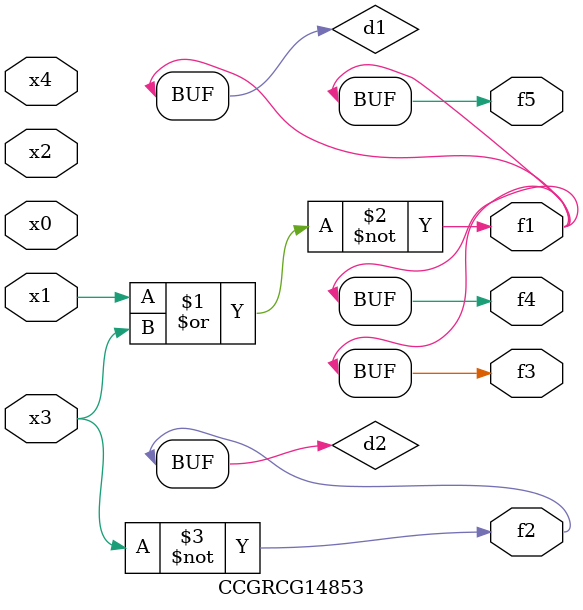
<source format=v>
module CCGRCG14853(
	input x0, x1, x2, x3, x4,
	output f1, f2, f3, f4, f5
);

	wire d1, d2;

	nor (d1, x1, x3);
	not (d2, x3);
	assign f1 = d1;
	assign f2 = d2;
	assign f3 = d1;
	assign f4 = d1;
	assign f5 = d1;
endmodule

</source>
